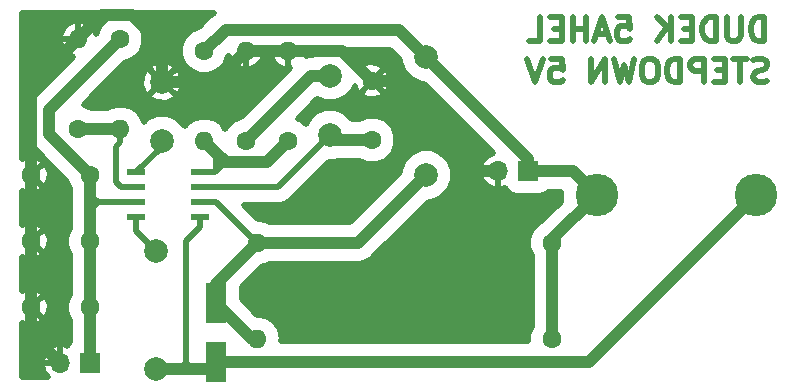
<source format=gbr>
G04 #@! TF.GenerationSoftware,KiCad,Pcbnew,(5.0.0)*
G04 #@! TF.CreationDate,2021-11-17T09:11:59+01:00*
G04 #@! TF.ProjectId,Step_Down_3_3V,537465705F446F776E5F335F33562E6B,rev?*
G04 #@! TF.SameCoordinates,Original*
G04 #@! TF.FileFunction,Copper,L2,Bot,Signal*
G04 #@! TF.FilePolarity,Positive*
%FSLAX46Y46*%
G04 Gerber Fmt 4.6, Leading zero omitted, Abs format (unit mm)*
G04 Created by KiCad (PCBNEW (5.0.0)) date 11/17/21 09:11:59*
%MOMM*%
%LPD*%
G01*
G04 APERTURE LIST*
G04 #@! TA.AperFunction,NonConductor*
%ADD10C,0.500000*%
G04 #@! TD*
G04 #@! TA.AperFunction,ComponentPad*
%ADD11C,1.600000*%
G04 #@! TD*
G04 #@! TA.AperFunction,ComponentPad*
%ADD12C,2.000000*%
G04 #@! TD*
G04 #@! TA.AperFunction,ComponentPad*
%ADD13O,1.600000X1.600000*%
G04 #@! TD*
G04 #@! TA.AperFunction,SMDPad,CuDef*
%ADD14R,1.800000X3.500000*%
G04 #@! TD*
G04 #@! TA.AperFunction,ComponentPad*
%ADD15R,1.700000X1.700000*%
G04 #@! TD*
G04 #@! TA.AperFunction,ComponentPad*
%ADD16O,1.700000X1.700000*%
G04 #@! TD*
G04 #@! TA.AperFunction,SMDPad,CuDef*
%ADD17R,1.550000X0.600000*%
G04 #@! TD*
G04 #@! TA.AperFunction,ComponentPad*
%ADD18C,3.600000*%
G04 #@! TD*
G04 #@! TA.AperFunction,Conductor*
%ADD19C,1.000000*%
G04 #@! TD*
G04 #@! TA.AperFunction,Conductor*
%ADD20C,0.500000*%
G04 #@! TD*
G04 APERTURE END LIST*
D10*
X207929523Y-115994761D02*
X207929523Y-113994761D01*
X207453333Y-113994761D01*
X207167619Y-114090000D01*
X206977142Y-114280476D01*
X206881904Y-114470952D01*
X206786666Y-114851904D01*
X206786666Y-115137619D01*
X206881904Y-115518571D01*
X206977142Y-115709047D01*
X207167619Y-115899523D01*
X207453333Y-115994761D01*
X207929523Y-115994761D01*
X205929523Y-113994761D02*
X205929523Y-115613809D01*
X205834285Y-115804285D01*
X205739047Y-115899523D01*
X205548571Y-115994761D01*
X205167619Y-115994761D01*
X204977142Y-115899523D01*
X204881904Y-115804285D01*
X204786666Y-115613809D01*
X204786666Y-113994761D01*
X203834285Y-115994761D02*
X203834285Y-113994761D01*
X203358095Y-113994761D01*
X203072380Y-114090000D01*
X202881904Y-114280476D01*
X202786666Y-114470952D01*
X202691428Y-114851904D01*
X202691428Y-115137619D01*
X202786666Y-115518571D01*
X202881904Y-115709047D01*
X203072380Y-115899523D01*
X203358095Y-115994761D01*
X203834285Y-115994761D01*
X201834285Y-114947142D02*
X201167619Y-114947142D01*
X200881904Y-115994761D02*
X201834285Y-115994761D01*
X201834285Y-113994761D01*
X200881904Y-113994761D01*
X200024761Y-115994761D02*
X200024761Y-113994761D01*
X198881904Y-115994761D02*
X199739047Y-114851904D01*
X198881904Y-113994761D02*
X200024761Y-115137619D01*
X195548571Y-113994761D02*
X196500952Y-113994761D01*
X196596190Y-114947142D01*
X196500952Y-114851904D01*
X196310476Y-114756666D01*
X195834285Y-114756666D01*
X195643809Y-114851904D01*
X195548571Y-114947142D01*
X195453333Y-115137619D01*
X195453333Y-115613809D01*
X195548571Y-115804285D01*
X195643809Y-115899523D01*
X195834285Y-115994761D01*
X196310476Y-115994761D01*
X196500952Y-115899523D01*
X196596190Y-115804285D01*
X194691428Y-115423333D02*
X193739047Y-115423333D01*
X194881904Y-115994761D02*
X194215238Y-113994761D01*
X193548571Y-115994761D01*
X192881904Y-115994761D02*
X192881904Y-113994761D01*
X192881904Y-114947142D02*
X191739047Y-114947142D01*
X191739047Y-115994761D02*
X191739047Y-113994761D01*
X190786666Y-114947142D02*
X190120000Y-114947142D01*
X189834285Y-115994761D02*
X190786666Y-115994761D01*
X190786666Y-113994761D01*
X189834285Y-113994761D01*
X188024761Y-115994761D02*
X188977142Y-115994761D01*
X188977142Y-113994761D01*
X208167619Y-119399523D02*
X207881904Y-119494761D01*
X207405714Y-119494761D01*
X207215238Y-119399523D01*
X207120000Y-119304285D01*
X207024761Y-119113809D01*
X207024761Y-118923333D01*
X207120000Y-118732857D01*
X207215238Y-118637619D01*
X207405714Y-118542380D01*
X207786666Y-118447142D01*
X207977142Y-118351904D01*
X208072380Y-118256666D01*
X208167619Y-118066190D01*
X208167619Y-117875714D01*
X208072380Y-117685238D01*
X207977142Y-117590000D01*
X207786666Y-117494761D01*
X207310476Y-117494761D01*
X207024761Y-117590000D01*
X206453333Y-117494761D02*
X205310476Y-117494761D01*
X205881904Y-119494761D02*
X205881904Y-117494761D01*
X204643809Y-118447142D02*
X203977142Y-118447142D01*
X203691428Y-119494761D02*
X204643809Y-119494761D01*
X204643809Y-117494761D01*
X203691428Y-117494761D01*
X202834285Y-119494761D02*
X202834285Y-117494761D01*
X202072380Y-117494761D01*
X201881904Y-117590000D01*
X201786666Y-117685238D01*
X201691428Y-117875714D01*
X201691428Y-118161428D01*
X201786666Y-118351904D01*
X201881904Y-118447142D01*
X202072380Y-118542380D01*
X202834285Y-118542380D01*
X200834285Y-119494761D02*
X200834285Y-117494761D01*
X200358095Y-117494761D01*
X200072380Y-117590000D01*
X199881904Y-117780476D01*
X199786666Y-117970952D01*
X199691428Y-118351904D01*
X199691428Y-118637619D01*
X199786666Y-119018571D01*
X199881904Y-119209047D01*
X200072380Y-119399523D01*
X200358095Y-119494761D01*
X200834285Y-119494761D01*
X198453333Y-117494761D02*
X198072380Y-117494761D01*
X197881904Y-117590000D01*
X197691428Y-117780476D01*
X197596190Y-118161428D01*
X197596190Y-118828095D01*
X197691428Y-119209047D01*
X197881904Y-119399523D01*
X198072380Y-119494761D01*
X198453333Y-119494761D01*
X198643809Y-119399523D01*
X198834285Y-119209047D01*
X198929523Y-118828095D01*
X198929523Y-118161428D01*
X198834285Y-117780476D01*
X198643809Y-117590000D01*
X198453333Y-117494761D01*
X196929523Y-117494761D02*
X196453333Y-119494761D01*
X196072380Y-118066190D01*
X195691428Y-119494761D01*
X195215238Y-117494761D01*
X194453333Y-119494761D02*
X194453333Y-117494761D01*
X193310476Y-119494761D01*
X193310476Y-117494761D01*
X189881904Y-117494761D02*
X190834285Y-117494761D01*
X190929523Y-118447142D01*
X190834285Y-118351904D01*
X190643809Y-118256666D01*
X190167619Y-118256666D01*
X189977142Y-118351904D01*
X189881904Y-118447142D01*
X189786666Y-118637619D01*
X189786666Y-119113809D01*
X189881904Y-119304285D01*
X189977142Y-119399523D01*
X190167619Y-119494761D01*
X190643809Y-119494761D01*
X190834285Y-119399523D01*
X190929523Y-119304285D01*
X189215238Y-117494761D02*
X188548571Y-119494761D01*
X187881904Y-117494761D01*
D11*
G04 #@! TO.P,C13,1*
G04 #@! TO.N,Net-(C11-Pad1)*
X150876000Y-138557000D03*
G04 #@! TO.P,C13,2*
G04 #@! TO.N,GND*
X145876000Y-138557000D03*
G04 #@! TD*
D12*
G04 #@! TO.P,C16,2*
G04 #@! TO.N,Net-(C16-Pad2)*
X171196000Y-118952000D03*
G04 #@! TO.P,C16,1*
G04 #@! TO.N,Net-(C16-Pad1)*
X171196000Y-123952000D03*
G04 #@! TD*
D11*
G04 #@! TO.P,C11,1*
G04 #@! TO.N,Net-(C11-Pad1)*
X150876000Y-127381000D03*
G04 #@! TO.P,C11,2*
G04 #@! TO.N,GND*
X145876000Y-127381000D03*
G04 #@! TD*
G04 #@! TO.P,C12,2*
G04 #@! TO.N,GND*
X145876000Y-132969000D03*
G04 #@! TO.P,C12,1*
G04 #@! TO.N,Net-(C11-Pad1)*
X150876000Y-132969000D03*
G04 #@! TD*
G04 #@! TO.P,C17,1*
G04 #@! TO.N,Net-(C16-Pad1)*
X174752000Y-124380000D03*
G04 #@! TO.P,C17,2*
G04 #@! TO.N,GND*
X174752000Y-119380000D03*
G04 #@! TD*
D12*
G04 #@! TO.P,C18,1*
G04 #@! TO.N,Net-(C18-Pad1)*
X179324000Y-117348000D03*
G04 #@! TO.P,C18,2*
G04 #@! TO.N,Net-(C18-Pad2)*
X179324000Y-127348000D03*
G04 #@! TD*
D13*
G04 #@! TO.P,C19,2*
G04 #@! TO.N,Net-(C18-Pad2)*
X164992000Y-141224000D03*
D11*
G04 #@! TO.P,C19,1*
G04 #@! TO.N,Net-(C18-Pad1)*
X189992000Y-141224000D03*
G04 #@! TD*
G04 #@! TO.P,C20,1*
G04 #@! TO.N,Net-(C18-Pad1)*
X189992000Y-133096000D03*
D13*
G04 #@! TO.P,C20,2*
G04 #@! TO.N,Net-(C18-Pad2)*
X164992000Y-133096000D03*
G04 #@! TD*
D12*
G04 #@! TO.P,C14,2*
G04 #@! TO.N,Net-(C14-Pad2)*
X156464000Y-133764000D03*
G04 #@! TO.P,C14,1*
G04 #@! TO.N,Net-(C14-Pad1)*
X156464000Y-143764000D03*
G04 #@! TD*
D14*
G04 #@! TO.P,D2,1*
G04 #@! TO.N,Net-(C14-Pad1)*
X161544000Y-143176000D03*
G04 #@! TO.P,D2,2*
G04 #@! TO.N,Net-(C18-Pad2)*
X161544000Y-138176000D03*
G04 #@! TD*
D15*
G04 #@! TO.P,J3,1*
G04 #@! TO.N,Net-(C11-Pad1)*
X150876000Y-143256000D03*
D16*
G04 #@! TO.P,J3,2*
G04 #@! TO.N,GND*
X148336000Y-143256000D03*
G04 #@! TD*
D12*
G04 #@! TO.P,C15,1*
G04 #@! TO.N,Net-(C15-Pad1)*
X156972000Y-124460000D03*
G04 #@! TO.P,C15,2*
G04 #@! TO.N,GND*
X156972000Y-119460000D03*
G04 #@! TD*
D11*
G04 #@! TO.P,R6,1*
G04 #@! TO.N,Net-(C11-Pad1)*
X153416000Y-115824000D03*
D13*
G04 #@! TO.P,R6,2*
G04 #@! TO.N,Net-(R6-Pad2)*
X153416000Y-123444000D03*
G04 #@! TD*
D17*
G04 #@! TO.P,U2,1*
G04 #@! TO.N,Net-(C14-Pad2)*
X154780000Y-130937000D03*
G04 #@! TO.P,U2,2*
G04 #@! TO.N,Net-(C11-Pad1)*
X154780000Y-129667000D03*
G04 #@! TO.P,U2,3*
G04 #@! TO.N,Net-(R6-Pad2)*
X154780000Y-128397000D03*
G04 #@! TO.P,U2,4*
G04 #@! TO.N,Net-(C15-Pad1)*
X154780000Y-127127000D03*
G04 #@! TO.P,U2,5*
G04 #@! TO.N,Net-(R10-Pad1)*
X160180000Y-127127000D03*
G04 #@! TO.P,U2,6*
G04 #@! TO.N,Net-(C16-Pad1)*
X160180000Y-128397000D03*
G04 #@! TO.P,U2,7*
G04 #@! TO.N,Net-(C18-Pad2)*
X160180000Y-129667000D03*
G04 #@! TO.P,U2,8*
G04 #@! TO.N,Net-(C14-Pad1)*
X160180000Y-130937000D03*
G04 #@! TD*
D16*
G04 #@! TO.P,J4,2*
G04 #@! TO.N,GND*
X185420000Y-127000000D03*
D15*
G04 #@! TO.P,J4,1*
G04 #@! TO.N,Net-(C18-Pad1)*
X187960000Y-127000000D03*
G04 #@! TD*
D11*
G04 #@! TO.P,R10,1*
G04 #@! TO.N,Net-(R10-Pad1)*
X167640000Y-124460000D03*
D13*
G04 #@! TO.P,R10,2*
G04 #@! TO.N,GND*
X167640000Y-116840000D03*
G04 #@! TD*
G04 #@! TO.P,R7,2*
G04 #@! TO.N,GND*
X149860000Y-115824000D03*
D11*
G04 #@! TO.P,R7,1*
G04 #@! TO.N,Net-(R6-Pad2)*
X149860000Y-123444000D03*
G04 #@! TD*
G04 #@! TO.P,R8,1*
G04 #@! TO.N,Net-(C16-Pad2)*
X164084000Y-124460000D03*
D13*
G04 #@! TO.P,R8,2*
G04 #@! TO.N,GND*
X164084000Y-116840000D03*
G04 #@! TD*
D18*
G04 #@! TO.P,L2,1*
G04 #@! TO.N,Net-(C14-Pad1)*
X207264000Y-129032000D03*
G04 #@! TO.P,L2,2*
G04 #@! TO.N,Net-(C18-Pad1)*
X193764000Y-129032000D03*
G04 #@! TD*
D13*
G04 #@! TO.P,R9,2*
G04 #@! TO.N,Net-(R10-Pad1)*
X160528000Y-124460000D03*
D11*
G04 #@! TO.P,R9,1*
G04 #@! TO.N,Net-(C18-Pad1)*
X160528000Y-116840000D03*
G04 #@! TD*
D19*
G04 #@! TO.N,GND*
X145876000Y-140796000D02*
X148336000Y-143256000D01*
X145876000Y-138557000D02*
X145876000Y-140796000D01*
X145876000Y-138557000D02*
X145876000Y-132969000D01*
X145876000Y-132969000D02*
X145876000Y-127381000D01*
X145876000Y-119808000D02*
X145876000Y-127381000D01*
X149860000Y-115824000D02*
X145876000Y-119808000D01*
X149860000Y-115824000D02*
X151892000Y-113792000D01*
X151892000Y-113792000D02*
X154432000Y-113792000D01*
X156972000Y-116332000D02*
X156972000Y-119460000D01*
X154432000Y-113792000D02*
X156972000Y-116332000D01*
X164084000Y-116840000D02*
X167640000Y-116840000D01*
X161464000Y-119460000D02*
X164084000Y-116840000D01*
X156972000Y-119460000D02*
X161464000Y-119460000D01*
X172212000Y-116840000D02*
X167640000Y-116840000D01*
X174752000Y-119380000D02*
X172212000Y-116840000D01*
X176276000Y-119380000D02*
X174752000Y-119380000D01*
X185420000Y-127000000D02*
X183896000Y-127000000D01*
X183896000Y-127000000D02*
X176276000Y-119380000D01*
G04 #@! TO.N,Net-(C11-Pad1)*
X150876000Y-143256000D02*
X150876000Y-138557000D01*
X150876000Y-138557000D02*
X150876000Y-132969000D01*
X147376011Y-123881011D02*
X150076001Y-126581001D01*
X153416000Y-115824000D02*
X147376011Y-121863989D01*
X150076001Y-126581001D02*
X150876000Y-127381000D01*
X147376011Y-121863989D02*
X147376011Y-123881011D01*
D20*
X150876000Y-129540000D02*
X151003000Y-129667000D01*
X151511000Y-129667000D02*
X150876000Y-129032000D01*
X151892000Y-129667000D02*
X151511000Y-129667000D01*
D19*
X150876000Y-129032000D02*
X150876000Y-127381000D01*
X150876000Y-129540000D02*
X150876000Y-129032000D01*
D20*
X151003000Y-129667000D02*
X151892000Y-129667000D01*
X151892000Y-129667000D02*
X154780000Y-129667000D01*
X151257000Y-129667000D02*
X150876000Y-130048000D01*
X151892000Y-129667000D02*
X151257000Y-129667000D01*
D19*
X150876000Y-130048000D02*
X150876000Y-129540000D01*
X150876000Y-132969000D02*
X150876000Y-130556000D01*
X150876000Y-130556000D02*
X150876000Y-130048000D01*
D20*
X151130000Y-130048000D02*
X151511000Y-129667000D01*
X150876000Y-130048000D02*
X151130000Y-130048000D01*
G04 #@! TO.N,Net-(C14-Pad2)*
X154780000Y-132080000D02*
X156464000Y-133764000D01*
X154780000Y-130937000D02*
X154780000Y-132080000D01*
D19*
G04 #@! TO.N,Net-(C14-Pad1)*
X160956000Y-143764000D02*
X161544000Y-143176000D01*
X193120000Y-143176000D02*
X161544000Y-143176000D01*
X207264000Y-129032000D02*
X193120000Y-143176000D01*
D20*
X160180000Y-131737000D02*
X159004000Y-132913000D01*
X160180000Y-130937000D02*
X160180000Y-131737000D01*
X159004000Y-132913000D02*
X159004000Y-142748000D01*
D19*
X156464000Y-143764000D02*
X157988000Y-143764000D01*
X160020000Y-143764000D02*
X160956000Y-143764000D01*
D20*
X159512000Y-143764000D02*
X159004000Y-143256000D01*
X159004000Y-143256000D02*
X159004000Y-143764000D01*
X159004000Y-142748000D02*
X159004000Y-143256000D01*
D19*
X159004000Y-143764000D02*
X159512000Y-143764000D01*
X159512000Y-143764000D02*
X160020000Y-143764000D01*
D20*
X158496000Y-143764000D02*
X159004000Y-143256000D01*
D19*
X157988000Y-143764000D02*
X158496000Y-143764000D01*
X158496000Y-143764000D02*
X159004000Y-143764000D01*
D20*
G04 #@! TO.N,Net-(C15-Pad1)*
X156972000Y-124460000D02*
X156972000Y-124935000D01*
X156972000Y-124935000D02*
X154780000Y-127127000D01*
D19*
G04 #@! TO.N,Net-(C16-Pad2)*
X169592000Y-118952000D02*
X171196000Y-118952000D01*
X164084000Y-124460000D02*
X169592000Y-118952000D01*
G04 #@! TO.N,Net-(C16-Pad1)*
X171624000Y-124380000D02*
X171196000Y-123952000D01*
X174752000Y-124380000D02*
X171624000Y-124380000D01*
D20*
X166751000Y-128397000D02*
X160180000Y-128397000D01*
X171196000Y-123952000D02*
X166751000Y-128397000D01*
D19*
G04 #@! TO.N,Net-(C18-Pad1)*
X189992000Y-132804000D02*
X193764000Y-129032000D01*
X189992000Y-133096000D02*
X189992000Y-132804000D01*
X189992000Y-141224000D02*
X189992000Y-133096000D01*
X187960000Y-127000000D02*
X191732000Y-127000000D01*
X191732000Y-127000000D02*
X193764000Y-129032000D01*
X178324001Y-116348001D02*
X179324000Y-117348000D01*
X177015999Y-115039999D02*
X178324001Y-116348001D01*
X162328001Y-115039999D02*
X177015999Y-115039999D01*
X160528000Y-116840000D02*
X162328001Y-115039999D01*
X187960000Y-125984000D02*
X187960000Y-127000000D01*
X179324000Y-117348000D02*
X187960000Y-125984000D01*
G04 #@! TO.N,Net-(C18-Pad2)*
X164592000Y-141224000D02*
X161544000Y-138176000D01*
X164992000Y-141224000D02*
X164592000Y-141224000D01*
X161544000Y-136544000D02*
X164992000Y-133096000D01*
X161544000Y-138176000D02*
X161544000Y-136544000D01*
X173576000Y-133096000D02*
X164992000Y-133096000D01*
X179324000Y-127348000D02*
X173576000Y-133096000D01*
D20*
X161563000Y-129667000D02*
X164992000Y-133096000D01*
X160180000Y-129667000D02*
X161563000Y-129667000D01*
G04 #@! TO.N,Net-(R6-Pad2)*
X153416000Y-123444000D02*
X153416000Y-124575370D01*
X153416000Y-124575370D02*
X153035000Y-124956370D01*
X154780000Y-128397000D02*
X153505000Y-128397000D01*
X153505000Y-128397000D02*
X153035000Y-127927000D01*
X153035000Y-124956370D02*
X153035000Y-127927000D01*
D19*
X149860000Y-123444000D02*
X153416000Y-123444000D01*
G04 #@! TO.N,Net-(R10-Pad1)*
X165839999Y-126260001D02*
X167640000Y-124460000D01*
X162328001Y-126260001D02*
X165839999Y-126260001D01*
D20*
X162321999Y-126260001D02*
X162328001Y-126260001D01*
X160180000Y-127127000D02*
X161455000Y-127127000D01*
X161544000Y-125476000D02*
X161544000Y-127038000D01*
X161544000Y-127038000D02*
X162321999Y-126260001D01*
X161455000Y-127127000D02*
X161544000Y-127038000D01*
D19*
X160528000Y-124460000D02*
X161544000Y-125476000D01*
X161544000Y-125476000D02*
X162328001Y-126260001D01*
G04 #@! TD*
D20*
G04 #@! TO.N,GND*
G36*
X161066322Y-113778320D02*
X160968689Y-113924438D01*
X160091033Y-114802094D01*
X159366768Y-115102094D01*
X158790094Y-115678768D01*
X158478000Y-116432230D01*
X158478000Y-117247770D01*
X158790094Y-118001232D01*
X159366768Y-118577906D01*
X160120230Y-118890000D01*
X160935770Y-118890000D01*
X161689232Y-118577906D01*
X162265906Y-118001232D01*
X162565906Y-117276967D01*
X162602566Y-117240307D01*
X162757681Y-117657461D01*
X163171470Y-118102796D01*
X163724183Y-118355881D01*
X163836325Y-118378188D01*
X164080000Y-118208494D01*
X164080000Y-116844000D01*
X164088000Y-116844000D01*
X164088000Y-118208494D01*
X164331675Y-118378188D01*
X164443817Y-118355881D01*
X164996530Y-118102796D01*
X165410319Y-117657461D01*
X165622188Y-117087675D01*
X166101812Y-117087675D01*
X166313681Y-117657461D01*
X166727470Y-118102796D01*
X167280183Y-118355881D01*
X167392325Y-118378188D01*
X167636000Y-118208494D01*
X167636000Y-116844000D01*
X166271505Y-116844000D01*
X166101812Y-117087675D01*
X165622188Y-117087675D01*
X165452495Y-116844000D01*
X164088000Y-116844000D01*
X164080000Y-116844000D01*
X164060000Y-116844000D01*
X164060000Y-116836000D01*
X164080000Y-116836000D01*
X164080000Y-116816000D01*
X164088000Y-116816000D01*
X164088000Y-116836000D01*
X165452495Y-116836000D01*
X165484530Y-116789999D01*
X166239470Y-116789999D01*
X166271505Y-116836000D01*
X167636000Y-116836000D01*
X167636000Y-116816000D01*
X167644000Y-116816000D01*
X167644000Y-116836000D01*
X169008495Y-116836000D01*
X169040530Y-116789999D01*
X170535999Y-116789999D01*
X169921477Y-117044542D01*
X169764074Y-117201945D01*
X169591999Y-117167717D01*
X169419648Y-117202000D01*
X169419643Y-117202000D01*
X169112997Y-117262996D01*
X169178188Y-117087675D01*
X169008495Y-116844000D01*
X167644000Y-116844000D01*
X167644000Y-118208494D01*
X167771701Y-118297425D01*
X163647033Y-122422094D01*
X162922768Y-122722094D01*
X162346094Y-123298768D01*
X162296922Y-123417479D01*
X162005967Y-122982033D01*
X161327870Y-122528943D01*
X160729903Y-122410000D01*
X160326097Y-122410000D01*
X159728130Y-122528943D01*
X159050033Y-122982033D01*
X158892713Y-123217478D01*
X158879458Y-123185477D01*
X158246523Y-122552542D01*
X157419553Y-122210000D01*
X156524447Y-122210000D01*
X155697477Y-122552542D01*
X155390000Y-122860019D01*
X155347057Y-122644130D01*
X154893967Y-121966033D01*
X154215870Y-121512943D01*
X153617903Y-121394000D01*
X153214097Y-121394000D01*
X152616130Y-121512943D01*
X152345159Y-121694000D01*
X150992034Y-121694000D01*
X150305320Y-121409554D01*
X151118599Y-120596275D01*
X155841382Y-120596275D01*
X155921669Y-120912463D01*
X156557454Y-121203845D01*
X157256350Y-121229743D01*
X157911956Y-120986213D01*
X158022331Y-120912463D01*
X158102618Y-120596275D01*
X156972000Y-119465657D01*
X155841382Y-120596275D01*
X151118599Y-120596275D01*
X151970524Y-119744350D01*
X155202257Y-119744350D01*
X155445787Y-120399956D01*
X155519537Y-120510331D01*
X155835725Y-120590618D01*
X156966343Y-119460000D01*
X156977657Y-119460000D01*
X158108275Y-120590618D01*
X158424463Y-120510331D01*
X158715845Y-119874546D01*
X158741743Y-119175650D01*
X158498213Y-118520044D01*
X158424463Y-118409669D01*
X158108275Y-118329382D01*
X156977657Y-119460000D01*
X156966343Y-119460000D01*
X155835725Y-118329382D01*
X155519537Y-118409669D01*
X155228155Y-119045454D01*
X155202257Y-119744350D01*
X151970524Y-119744350D01*
X153391149Y-118323725D01*
X155841382Y-118323725D01*
X156972000Y-119454343D01*
X158102618Y-118323725D01*
X158022331Y-118007537D01*
X157386546Y-117716155D01*
X156687650Y-117690257D01*
X156032044Y-117933787D01*
X155921669Y-118007537D01*
X155841382Y-118323725D01*
X153391149Y-118323725D01*
X153852968Y-117861906D01*
X154577232Y-117561906D01*
X155153906Y-116985232D01*
X155466000Y-116231770D01*
X155466000Y-115416230D01*
X155153906Y-114662768D01*
X154577232Y-114086094D01*
X153823770Y-113774000D01*
X153008230Y-113774000D01*
X152254768Y-114086094D01*
X151678094Y-114662768D01*
X151378094Y-115387032D01*
X151341433Y-115423693D01*
X151186319Y-115006539D01*
X150772530Y-114561204D01*
X150219817Y-114308119D01*
X150107675Y-114285812D01*
X149864000Y-114455506D01*
X149864000Y-115820000D01*
X149884000Y-115820000D01*
X149884000Y-115828000D01*
X149864000Y-115828000D01*
X149864000Y-115848000D01*
X149856000Y-115848000D01*
X149856000Y-115828000D01*
X148491505Y-115828000D01*
X148321812Y-116071675D01*
X148533681Y-116641461D01*
X148947470Y-117086796D01*
X149448782Y-117316345D01*
X146260450Y-120504677D01*
X146114332Y-120602310D01*
X145727548Y-121181174D01*
X145626011Y-121691633D01*
X145626011Y-121691636D01*
X145591728Y-121863989D01*
X145626011Y-122036342D01*
X145626012Y-123708654D01*
X145591728Y-123881011D01*
X145727548Y-124563826D01*
X146016700Y-124996573D01*
X146016702Y-124996575D01*
X146114333Y-125142690D01*
X146260448Y-125240321D01*
X148838094Y-127817968D01*
X149126000Y-128513034D01*
X149126000Y-130728356D01*
X149126001Y-130728360D01*
X149126000Y-131836964D01*
X148826000Y-132561230D01*
X148826000Y-133376770D01*
X149126001Y-134101036D01*
X149126000Y-137424965D01*
X148826000Y-138149230D01*
X148826000Y-138964770D01*
X149126001Y-139689036D01*
X149126000Y-141504000D01*
X149124801Y-141504801D01*
X148931501Y-141794096D01*
X148707489Y-141691500D01*
X148591497Y-141668428D01*
X148340000Y-141837506D01*
X148340000Y-143252000D01*
X148360000Y-143252000D01*
X148360000Y-143260000D01*
X148340000Y-143260000D01*
X148340000Y-143280000D01*
X148332000Y-143280000D01*
X148332000Y-143260000D01*
X146917505Y-143260000D01*
X146748428Y-143511497D01*
X146967049Y-144099586D01*
X147312098Y-144471000D01*
X145089000Y-144471000D01*
X145089000Y-143000503D01*
X146748428Y-143000503D01*
X146917505Y-143252000D01*
X148332000Y-143252000D01*
X148332000Y-141837506D01*
X148080503Y-141668428D01*
X147964511Y-141691500D01*
X147394081Y-141952753D01*
X146967049Y-142412414D01*
X146748428Y-143000503D01*
X145089000Y-143000503D01*
X145089000Y-139910193D01*
X145509058Y-140102561D01*
X146128450Y-140125335D01*
X146709409Y-139909344D01*
X146806471Y-139844489D01*
X146862426Y-139549083D01*
X145876000Y-138562657D01*
X145861858Y-138576799D01*
X145856201Y-138571142D01*
X145870343Y-138557000D01*
X145881657Y-138557000D01*
X146868083Y-139543426D01*
X147163489Y-139487471D01*
X147421561Y-138923942D01*
X147444335Y-138304550D01*
X147228344Y-137723591D01*
X147163489Y-137626529D01*
X146868083Y-137570574D01*
X145881657Y-138557000D01*
X145870343Y-138557000D01*
X145856201Y-138542858D01*
X145861858Y-138537201D01*
X145876000Y-138551343D01*
X146862426Y-137564917D01*
X146806471Y-137269511D01*
X146242942Y-137011439D01*
X145623550Y-136988665D01*
X145089000Y-137187402D01*
X145089000Y-134322193D01*
X145509058Y-134514561D01*
X146128450Y-134537335D01*
X146709409Y-134321344D01*
X146806471Y-134256489D01*
X146862426Y-133961083D01*
X145876000Y-132974657D01*
X145861858Y-132988799D01*
X145856201Y-132983142D01*
X145870343Y-132969000D01*
X145881657Y-132969000D01*
X146868083Y-133955426D01*
X147163489Y-133899471D01*
X147421561Y-133335942D01*
X147444335Y-132716550D01*
X147228344Y-132135591D01*
X147163489Y-132038529D01*
X146868083Y-131982574D01*
X145881657Y-132969000D01*
X145870343Y-132969000D01*
X145856201Y-132954858D01*
X145861858Y-132949201D01*
X145876000Y-132963343D01*
X146862426Y-131976917D01*
X146806471Y-131681511D01*
X146242942Y-131423439D01*
X145623550Y-131400665D01*
X145089000Y-131599402D01*
X145089000Y-128734193D01*
X145509058Y-128926561D01*
X146128450Y-128949335D01*
X146709409Y-128733344D01*
X146806471Y-128668489D01*
X146862426Y-128373083D01*
X145876000Y-127386657D01*
X145861858Y-127400799D01*
X145856201Y-127395142D01*
X145870343Y-127381000D01*
X145881657Y-127381000D01*
X146868083Y-128367426D01*
X147163489Y-128311471D01*
X147421561Y-127747942D01*
X147444335Y-127128550D01*
X147228344Y-126547591D01*
X147163489Y-126450529D01*
X146868083Y-126394574D01*
X145881657Y-127381000D01*
X145870343Y-127381000D01*
X145856201Y-127366858D01*
X145861858Y-127361201D01*
X145876000Y-127375343D01*
X146862426Y-126388917D01*
X146806471Y-126093511D01*
X146242942Y-125835439D01*
X145623550Y-125812665D01*
X145089000Y-126011402D01*
X145089000Y-115576325D01*
X148321812Y-115576325D01*
X148491505Y-115820000D01*
X149856000Y-115820000D01*
X149856000Y-114455506D01*
X149612325Y-114285812D01*
X149500183Y-114308119D01*
X148947470Y-114561204D01*
X148533681Y-115006539D01*
X148321812Y-115576325D01*
X145089000Y-115576325D01*
X145089000Y-113593000D01*
X161343673Y-113593000D01*
X161066322Y-113778320D01*
X161066322Y-113778320D01*
G37*
X161066322Y-113778320D02*
X160968689Y-113924438D01*
X160091033Y-114802094D01*
X159366768Y-115102094D01*
X158790094Y-115678768D01*
X158478000Y-116432230D01*
X158478000Y-117247770D01*
X158790094Y-118001232D01*
X159366768Y-118577906D01*
X160120230Y-118890000D01*
X160935770Y-118890000D01*
X161689232Y-118577906D01*
X162265906Y-118001232D01*
X162565906Y-117276967D01*
X162602566Y-117240307D01*
X162757681Y-117657461D01*
X163171470Y-118102796D01*
X163724183Y-118355881D01*
X163836325Y-118378188D01*
X164080000Y-118208494D01*
X164080000Y-116844000D01*
X164088000Y-116844000D01*
X164088000Y-118208494D01*
X164331675Y-118378188D01*
X164443817Y-118355881D01*
X164996530Y-118102796D01*
X165410319Y-117657461D01*
X165622188Y-117087675D01*
X166101812Y-117087675D01*
X166313681Y-117657461D01*
X166727470Y-118102796D01*
X167280183Y-118355881D01*
X167392325Y-118378188D01*
X167636000Y-118208494D01*
X167636000Y-116844000D01*
X166271505Y-116844000D01*
X166101812Y-117087675D01*
X165622188Y-117087675D01*
X165452495Y-116844000D01*
X164088000Y-116844000D01*
X164080000Y-116844000D01*
X164060000Y-116844000D01*
X164060000Y-116836000D01*
X164080000Y-116836000D01*
X164080000Y-116816000D01*
X164088000Y-116816000D01*
X164088000Y-116836000D01*
X165452495Y-116836000D01*
X165484530Y-116789999D01*
X166239470Y-116789999D01*
X166271505Y-116836000D01*
X167636000Y-116836000D01*
X167636000Y-116816000D01*
X167644000Y-116816000D01*
X167644000Y-116836000D01*
X169008495Y-116836000D01*
X169040530Y-116789999D01*
X170535999Y-116789999D01*
X169921477Y-117044542D01*
X169764074Y-117201945D01*
X169591999Y-117167717D01*
X169419648Y-117202000D01*
X169419643Y-117202000D01*
X169112997Y-117262996D01*
X169178188Y-117087675D01*
X169008495Y-116844000D01*
X167644000Y-116844000D01*
X167644000Y-118208494D01*
X167771701Y-118297425D01*
X163647033Y-122422094D01*
X162922768Y-122722094D01*
X162346094Y-123298768D01*
X162296922Y-123417479D01*
X162005967Y-122982033D01*
X161327870Y-122528943D01*
X160729903Y-122410000D01*
X160326097Y-122410000D01*
X159728130Y-122528943D01*
X159050033Y-122982033D01*
X158892713Y-123217478D01*
X158879458Y-123185477D01*
X158246523Y-122552542D01*
X157419553Y-122210000D01*
X156524447Y-122210000D01*
X155697477Y-122552542D01*
X155390000Y-122860019D01*
X155347057Y-122644130D01*
X154893967Y-121966033D01*
X154215870Y-121512943D01*
X153617903Y-121394000D01*
X153214097Y-121394000D01*
X152616130Y-121512943D01*
X152345159Y-121694000D01*
X150992034Y-121694000D01*
X150305320Y-121409554D01*
X151118599Y-120596275D01*
X155841382Y-120596275D01*
X155921669Y-120912463D01*
X156557454Y-121203845D01*
X157256350Y-121229743D01*
X157911956Y-120986213D01*
X158022331Y-120912463D01*
X158102618Y-120596275D01*
X156972000Y-119465657D01*
X155841382Y-120596275D01*
X151118599Y-120596275D01*
X151970524Y-119744350D01*
X155202257Y-119744350D01*
X155445787Y-120399956D01*
X155519537Y-120510331D01*
X155835725Y-120590618D01*
X156966343Y-119460000D01*
X156977657Y-119460000D01*
X158108275Y-120590618D01*
X158424463Y-120510331D01*
X158715845Y-119874546D01*
X158741743Y-119175650D01*
X158498213Y-118520044D01*
X158424463Y-118409669D01*
X158108275Y-118329382D01*
X156977657Y-119460000D01*
X156966343Y-119460000D01*
X155835725Y-118329382D01*
X155519537Y-118409669D01*
X155228155Y-119045454D01*
X155202257Y-119744350D01*
X151970524Y-119744350D01*
X153391149Y-118323725D01*
X155841382Y-118323725D01*
X156972000Y-119454343D01*
X158102618Y-118323725D01*
X158022331Y-118007537D01*
X157386546Y-117716155D01*
X156687650Y-117690257D01*
X156032044Y-117933787D01*
X155921669Y-118007537D01*
X155841382Y-118323725D01*
X153391149Y-118323725D01*
X153852968Y-117861906D01*
X154577232Y-117561906D01*
X155153906Y-116985232D01*
X155466000Y-116231770D01*
X155466000Y-115416230D01*
X155153906Y-114662768D01*
X154577232Y-114086094D01*
X153823770Y-113774000D01*
X153008230Y-113774000D01*
X152254768Y-114086094D01*
X151678094Y-114662768D01*
X151378094Y-115387032D01*
X151341433Y-115423693D01*
X151186319Y-115006539D01*
X150772530Y-114561204D01*
X150219817Y-114308119D01*
X150107675Y-114285812D01*
X149864000Y-114455506D01*
X149864000Y-115820000D01*
X149884000Y-115820000D01*
X149884000Y-115828000D01*
X149864000Y-115828000D01*
X149864000Y-115848000D01*
X149856000Y-115848000D01*
X149856000Y-115828000D01*
X148491505Y-115828000D01*
X148321812Y-116071675D01*
X148533681Y-116641461D01*
X148947470Y-117086796D01*
X149448782Y-117316345D01*
X146260450Y-120504677D01*
X146114332Y-120602310D01*
X145727548Y-121181174D01*
X145626011Y-121691633D01*
X145626011Y-121691636D01*
X145591728Y-121863989D01*
X145626011Y-122036342D01*
X145626012Y-123708654D01*
X145591728Y-123881011D01*
X145727548Y-124563826D01*
X146016700Y-124996573D01*
X146016702Y-124996575D01*
X146114333Y-125142690D01*
X146260448Y-125240321D01*
X148838094Y-127817968D01*
X149126000Y-128513034D01*
X149126000Y-130728356D01*
X149126001Y-130728360D01*
X149126000Y-131836964D01*
X148826000Y-132561230D01*
X148826000Y-133376770D01*
X149126001Y-134101036D01*
X149126000Y-137424965D01*
X148826000Y-138149230D01*
X148826000Y-138964770D01*
X149126001Y-139689036D01*
X149126000Y-141504000D01*
X149124801Y-141504801D01*
X148931501Y-141794096D01*
X148707489Y-141691500D01*
X148591497Y-141668428D01*
X148340000Y-141837506D01*
X148340000Y-143252000D01*
X148360000Y-143252000D01*
X148360000Y-143260000D01*
X148340000Y-143260000D01*
X148340000Y-143280000D01*
X148332000Y-143280000D01*
X148332000Y-143260000D01*
X146917505Y-143260000D01*
X146748428Y-143511497D01*
X146967049Y-144099586D01*
X147312098Y-144471000D01*
X145089000Y-144471000D01*
X145089000Y-143000503D01*
X146748428Y-143000503D01*
X146917505Y-143252000D01*
X148332000Y-143252000D01*
X148332000Y-141837506D01*
X148080503Y-141668428D01*
X147964511Y-141691500D01*
X147394081Y-141952753D01*
X146967049Y-142412414D01*
X146748428Y-143000503D01*
X145089000Y-143000503D01*
X145089000Y-139910193D01*
X145509058Y-140102561D01*
X146128450Y-140125335D01*
X146709409Y-139909344D01*
X146806471Y-139844489D01*
X146862426Y-139549083D01*
X145876000Y-138562657D01*
X145861858Y-138576799D01*
X145856201Y-138571142D01*
X145870343Y-138557000D01*
X145881657Y-138557000D01*
X146868083Y-139543426D01*
X147163489Y-139487471D01*
X147421561Y-138923942D01*
X147444335Y-138304550D01*
X147228344Y-137723591D01*
X147163489Y-137626529D01*
X146868083Y-137570574D01*
X145881657Y-138557000D01*
X145870343Y-138557000D01*
X145856201Y-138542858D01*
X145861858Y-138537201D01*
X145876000Y-138551343D01*
X146862426Y-137564917D01*
X146806471Y-137269511D01*
X146242942Y-137011439D01*
X145623550Y-136988665D01*
X145089000Y-137187402D01*
X145089000Y-134322193D01*
X145509058Y-134514561D01*
X146128450Y-134537335D01*
X146709409Y-134321344D01*
X146806471Y-134256489D01*
X146862426Y-133961083D01*
X145876000Y-132974657D01*
X145861858Y-132988799D01*
X145856201Y-132983142D01*
X145870343Y-132969000D01*
X145881657Y-132969000D01*
X146868083Y-133955426D01*
X147163489Y-133899471D01*
X147421561Y-133335942D01*
X147444335Y-132716550D01*
X147228344Y-132135591D01*
X147163489Y-132038529D01*
X146868083Y-131982574D01*
X145881657Y-132969000D01*
X145870343Y-132969000D01*
X145856201Y-132954858D01*
X145861858Y-132949201D01*
X145876000Y-132963343D01*
X146862426Y-131976917D01*
X146806471Y-131681511D01*
X146242942Y-131423439D01*
X145623550Y-131400665D01*
X145089000Y-131599402D01*
X145089000Y-128734193D01*
X145509058Y-128926561D01*
X146128450Y-128949335D01*
X146709409Y-128733344D01*
X146806471Y-128668489D01*
X146862426Y-128373083D01*
X145876000Y-127386657D01*
X145861858Y-127400799D01*
X145856201Y-127395142D01*
X145870343Y-127381000D01*
X145881657Y-127381000D01*
X146868083Y-128367426D01*
X147163489Y-128311471D01*
X147421561Y-127747942D01*
X147444335Y-127128550D01*
X147228344Y-126547591D01*
X147163489Y-126450529D01*
X146868083Y-126394574D01*
X145881657Y-127381000D01*
X145870343Y-127381000D01*
X145856201Y-127366858D01*
X145861858Y-127361201D01*
X145876000Y-127375343D01*
X146862426Y-126388917D01*
X146806471Y-126093511D01*
X146242942Y-125835439D01*
X145623550Y-125812665D01*
X145089000Y-126011402D01*
X145089000Y-115576325D01*
X148321812Y-115576325D01*
X148491505Y-115820000D01*
X149856000Y-115820000D01*
X149856000Y-114455506D01*
X149612325Y-114285812D01*
X149500183Y-114308119D01*
X148947470Y-114561204D01*
X148533681Y-115006539D01*
X148321812Y-115576325D01*
X145089000Y-115576325D01*
X145089000Y-113593000D01*
X161343673Y-113593000D01*
X161066322Y-113778320D01*
G36*
X177074000Y-117572874D02*
X177074000Y-117795553D01*
X177416542Y-118622523D01*
X178049477Y-119255458D01*
X178876447Y-119598000D01*
X179099127Y-119598000D01*
X184971772Y-125470646D01*
X184478081Y-125696753D01*
X184051049Y-126156414D01*
X183832428Y-126744503D01*
X184001505Y-126996000D01*
X185416000Y-126996000D01*
X185416000Y-126976000D01*
X185424000Y-126976000D01*
X185424000Y-126996000D01*
X185444000Y-126996000D01*
X185444000Y-127004000D01*
X185424000Y-127004000D01*
X185424000Y-128418494D01*
X185675497Y-128587572D01*
X185791489Y-128564500D01*
X186015501Y-128461904D01*
X186208801Y-128751199D01*
X186622275Y-129027473D01*
X187110000Y-129124488D01*
X188810000Y-129124488D01*
X189297725Y-129027473D01*
X189711199Y-128751199D01*
X189712000Y-128750000D01*
X190714000Y-128750000D01*
X190714000Y-129607127D01*
X189056558Y-131264569D01*
X188830768Y-131358094D01*
X188254094Y-131934768D01*
X187942000Y-132688230D01*
X187942000Y-133503770D01*
X188242001Y-134228037D01*
X188242000Y-140091965D01*
X187942000Y-140816230D01*
X187942000Y-141426000D01*
X167041981Y-141426000D01*
X167082161Y-141224000D01*
X166923057Y-140424130D01*
X166469967Y-139746033D01*
X165791870Y-139292943D01*
X165193903Y-139174000D01*
X165016874Y-139174000D01*
X163718488Y-137875615D01*
X163718488Y-136844385D01*
X165472238Y-135090636D01*
X165791870Y-135027057D01*
X166062841Y-134846000D01*
X173403647Y-134846000D01*
X173576000Y-134880283D01*
X173748353Y-134846000D01*
X173748357Y-134846000D01*
X174258816Y-134744463D01*
X174837679Y-134357679D01*
X174935312Y-134211561D01*
X179548873Y-129598000D01*
X179771553Y-129598000D01*
X180598523Y-129255458D01*
X181231458Y-128622523D01*
X181574000Y-127795553D01*
X181574000Y-127255497D01*
X183832428Y-127255497D01*
X184051049Y-127843586D01*
X184478081Y-128303247D01*
X185048511Y-128564500D01*
X185164503Y-128587572D01*
X185416000Y-128418494D01*
X185416000Y-127004000D01*
X184001505Y-127004000D01*
X183832428Y-127255497D01*
X181574000Y-127255497D01*
X181574000Y-126900447D01*
X181231458Y-126073477D01*
X180598523Y-125440542D01*
X179771553Y-125098000D01*
X178876447Y-125098000D01*
X178049477Y-125440542D01*
X177416542Y-126073477D01*
X177074000Y-126900447D01*
X177074000Y-127123127D01*
X172851127Y-131346000D01*
X166062841Y-131346000D01*
X165791870Y-131164943D01*
X165193903Y-131046000D01*
X165063320Y-131046000D01*
X163914320Y-129897000D01*
X166603271Y-129897000D01*
X166751000Y-129926385D01*
X166898729Y-129897000D01*
X166898733Y-129897000D01*
X167336271Y-129809968D01*
X167832439Y-129478439D01*
X167916123Y-129353197D01*
X171067320Y-126202000D01*
X171643553Y-126202000D01*
X171817376Y-126130000D01*
X173619966Y-126130000D01*
X174344230Y-126430000D01*
X175159770Y-126430000D01*
X175913232Y-126117906D01*
X176489906Y-125541232D01*
X176802000Y-124787770D01*
X176802000Y-123972230D01*
X176489906Y-123218768D01*
X175913232Y-122642094D01*
X175159770Y-122330000D01*
X174344230Y-122330000D01*
X173619966Y-122630000D01*
X173055981Y-122630000D01*
X172470523Y-122044542D01*
X171643553Y-121702000D01*
X170748447Y-121702000D01*
X169921477Y-122044542D01*
X169288542Y-122677477D01*
X169132744Y-123053606D01*
X168801232Y-122722094D01*
X168444530Y-122574343D01*
X170089725Y-120929149D01*
X170748447Y-121202000D01*
X171643553Y-121202000D01*
X172470523Y-120859458D01*
X172957898Y-120372083D01*
X173765574Y-120372083D01*
X173821529Y-120667489D01*
X174385058Y-120925561D01*
X175004450Y-120948335D01*
X175585409Y-120732344D01*
X175682471Y-120667489D01*
X175738426Y-120372083D01*
X174752000Y-119385657D01*
X173765574Y-120372083D01*
X172957898Y-120372083D01*
X173103458Y-120226523D01*
X173262121Y-119843476D01*
X173399656Y-120213409D01*
X173464511Y-120310471D01*
X173759917Y-120366426D01*
X174746343Y-119380000D01*
X174757657Y-119380000D01*
X175744083Y-120366426D01*
X176039489Y-120310471D01*
X176297561Y-119746942D01*
X176320335Y-119127550D01*
X176104344Y-118546591D01*
X176039489Y-118449529D01*
X175744083Y-118393574D01*
X174757657Y-119380000D01*
X174746343Y-119380000D01*
X173759917Y-118393574D01*
X173464511Y-118449529D01*
X173442847Y-118496835D01*
X173397732Y-118387917D01*
X173765574Y-118387917D01*
X174752000Y-119374343D01*
X175738426Y-118387917D01*
X175682471Y-118092511D01*
X175118942Y-117834439D01*
X174499550Y-117811665D01*
X173918591Y-118027656D01*
X173821529Y-118092511D01*
X173765574Y-118387917D01*
X173397732Y-118387917D01*
X173103458Y-117677477D01*
X172470523Y-117044542D01*
X171856001Y-116789999D01*
X176291126Y-116789999D01*
X177074000Y-117572874D01*
X177074000Y-117572874D01*
G37*
X177074000Y-117572874D02*
X177074000Y-117795553D01*
X177416542Y-118622523D01*
X178049477Y-119255458D01*
X178876447Y-119598000D01*
X179099127Y-119598000D01*
X184971772Y-125470646D01*
X184478081Y-125696753D01*
X184051049Y-126156414D01*
X183832428Y-126744503D01*
X184001505Y-126996000D01*
X185416000Y-126996000D01*
X185416000Y-126976000D01*
X185424000Y-126976000D01*
X185424000Y-126996000D01*
X185444000Y-126996000D01*
X185444000Y-127004000D01*
X185424000Y-127004000D01*
X185424000Y-128418494D01*
X185675497Y-128587572D01*
X185791489Y-128564500D01*
X186015501Y-128461904D01*
X186208801Y-128751199D01*
X186622275Y-129027473D01*
X187110000Y-129124488D01*
X188810000Y-129124488D01*
X189297725Y-129027473D01*
X189711199Y-128751199D01*
X189712000Y-128750000D01*
X190714000Y-128750000D01*
X190714000Y-129607127D01*
X189056558Y-131264569D01*
X188830768Y-131358094D01*
X188254094Y-131934768D01*
X187942000Y-132688230D01*
X187942000Y-133503770D01*
X188242001Y-134228037D01*
X188242000Y-140091965D01*
X187942000Y-140816230D01*
X187942000Y-141426000D01*
X167041981Y-141426000D01*
X167082161Y-141224000D01*
X166923057Y-140424130D01*
X166469967Y-139746033D01*
X165791870Y-139292943D01*
X165193903Y-139174000D01*
X165016874Y-139174000D01*
X163718488Y-137875615D01*
X163718488Y-136844385D01*
X165472238Y-135090636D01*
X165791870Y-135027057D01*
X166062841Y-134846000D01*
X173403647Y-134846000D01*
X173576000Y-134880283D01*
X173748353Y-134846000D01*
X173748357Y-134846000D01*
X174258816Y-134744463D01*
X174837679Y-134357679D01*
X174935312Y-134211561D01*
X179548873Y-129598000D01*
X179771553Y-129598000D01*
X180598523Y-129255458D01*
X181231458Y-128622523D01*
X181574000Y-127795553D01*
X181574000Y-127255497D01*
X183832428Y-127255497D01*
X184051049Y-127843586D01*
X184478081Y-128303247D01*
X185048511Y-128564500D01*
X185164503Y-128587572D01*
X185416000Y-128418494D01*
X185416000Y-127004000D01*
X184001505Y-127004000D01*
X183832428Y-127255497D01*
X181574000Y-127255497D01*
X181574000Y-126900447D01*
X181231458Y-126073477D01*
X180598523Y-125440542D01*
X179771553Y-125098000D01*
X178876447Y-125098000D01*
X178049477Y-125440542D01*
X177416542Y-126073477D01*
X177074000Y-126900447D01*
X177074000Y-127123127D01*
X172851127Y-131346000D01*
X166062841Y-131346000D01*
X165791870Y-131164943D01*
X165193903Y-131046000D01*
X165063320Y-131046000D01*
X163914320Y-129897000D01*
X166603271Y-129897000D01*
X166751000Y-129926385D01*
X166898729Y-129897000D01*
X166898733Y-129897000D01*
X167336271Y-129809968D01*
X167832439Y-129478439D01*
X167916123Y-129353197D01*
X171067320Y-126202000D01*
X171643553Y-126202000D01*
X171817376Y-126130000D01*
X173619966Y-126130000D01*
X174344230Y-126430000D01*
X175159770Y-126430000D01*
X175913232Y-126117906D01*
X176489906Y-125541232D01*
X176802000Y-124787770D01*
X176802000Y-123972230D01*
X176489906Y-123218768D01*
X175913232Y-122642094D01*
X175159770Y-122330000D01*
X174344230Y-122330000D01*
X173619966Y-122630000D01*
X173055981Y-122630000D01*
X172470523Y-122044542D01*
X171643553Y-121702000D01*
X170748447Y-121702000D01*
X169921477Y-122044542D01*
X169288542Y-122677477D01*
X169132744Y-123053606D01*
X168801232Y-122722094D01*
X168444530Y-122574343D01*
X170089725Y-120929149D01*
X170748447Y-121202000D01*
X171643553Y-121202000D01*
X172470523Y-120859458D01*
X172957898Y-120372083D01*
X173765574Y-120372083D01*
X173821529Y-120667489D01*
X174385058Y-120925561D01*
X175004450Y-120948335D01*
X175585409Y-120732344D01*
X175682471Y-120667489D01*
X175738426Y-120372083D01*
X174752000Y-119385657D01*
X173765574Y-120372083D01*
X172957898Y-120372083D01*
X173103458Y-120226523D01*
X173262121Y-119843476D01*
X173399656Y-120213409D01*
X173464511Y-120310471D01*
X173759917Y-120366426D01*
X174746343Y-119380000D01*
X174757657Y-119380000D01*
X175744083Y-120366426D01*
X176039489Y-120310471D01*
X176297561Y-119746942D01*
X176320335Y-119127550D01*
X176104344Y-118546591D01*
X176039489Y-118449529D01*
X175744083Y-118393574D01*
X174757657Y-119380000D01*
X174746343Y-119380000D01*
X173759917Y-118393574D01*
X173464511Y-118449529D01*
X173442847Y-118496835D01*
X173397732Y-118387917D01*
X173765574Y-118387917D01*
X174752000Y-119374343D01*
X175738426Y-118387917D01*
X175682471Y-118092511D01*
X175118942Y-117834439D01*
X174499550Y-117811665D01*
X173918591Y-118027656D01*
X173821529Y-118092511D01*
X173765574Y-118387917D01*
X173397732Y-118387917D01*
X173103458Y-117677477D01*
X172470523Y-117044542D01*
X171856001Y-116789999D01*
X176291126Y-116789999D01*
X177074000Y-117572874D01*
G04 #@! TD*
M02*

</source>
